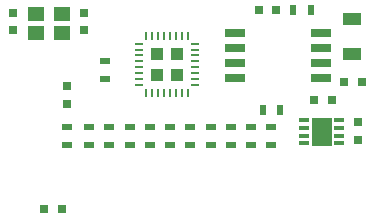
<source format=gbr>
G04 #@! TF.FileFunction,Paste,Top*
%FSLAX46Y46*%
G04 Gerber Fmt 4.6, Leading zero omitted, Abs format (unit mm)*
G04 Created by KiCad (PCBNEW 4.0.6-e0-6349~53~ubuntu16.04.1) date Sun Jul  2 22:52:24 2017*
%MOMM*%
%LPD*%
G01*
G04 APERTURE LIST*
%ADD10C,0.100000*%
%ADD11R,1.400000X1.200000*%
%ADD12R,0.750000X0.800000*%
%ADD13R,0.800000X0.750000*%
%ADD14R,1.600000X1.000000*%
%ADD15R,0.797560X0.797560*%
%ADD16R,0.900000X0.500000*%
%ADD17R,0.500000X0.900000*%
%ADD18R,0.812800X0.381000*%
%ADD19R,1.651000X2.387600*%
%ADD20R,0.700000X0.250000*%
%ADD21R,0.250000X0.700000*%
%ADD22R,1.035000X1.035000*%
%ADD23R,1.700000X0.650000*%
G04 APERTURE END LIST*
D10*
D11*
X118384500Y-68669000D03*
X116184500Y-68669000D03*
X118384500Y-70269000D03*
X116184500Y-70269000D03*
D12*
X118872000Y-76315000D03*
X118872000Y-74815000D03*
D13*
X139775500Y-76009500D03*
X141275500Y-76009500D03*
D12*
X143446500Y-79363000D03*
X143446500Y-77863000D03*
D14*
X142938500Y-69112000D03*
X142938500Y-72112000D03*
D12*
X120269000Y-68592000D03*
X120269000Y-70092000D03*
X114300000Y-70092000D03*
X114300000Y-68592000D03*
D13*
X135076500Y-68389500D03*
X136576500Y-68389500D03*
X143815500Y-74422000D03*
X142315500Y-74422000D03*
D15*
X118414800Y-85217000D03*
X116916200Y-85217000D03*
D16*
X127571500Y-79807500D03*
X127571500Y-78307500D03*
X136144000Y-79807500D03*
X136144000Y-78307500D03*
X120713500Y-79807500D03*
X120713500Y-78307500D03*
X122428000Y-79807500D03*
X122428000Y-78307500D03*
X118808500Y-79807500D03*
X118808500Y-78307500D03*
X132715000Y-78307500D03*
X132715000Y-79807500D03*
X134429500Y-78307500D03*
X134429500Y-79807500D03*
X125857000Y-78307500D03*
X125857000Y-79807500D03*
X124142500Y-78307500D03*
X124142500Y-79807500D03*
X122047000Y-74219500D03*
X122047000Y-72719500D03*
D17*
X137997500Y-68389500D03*
X139497500Y-68389500D03*
X136894000Y-76835000D03*
X135394000Y-76835000D03*
D16*
X129286000Y-79807500D03*
X129286000Y-78307500D03*
X131000500Y-79807500D03*
X131000500Y-78307500D03*
D18*
X141871700Y-79641700D03*
X141871700Y-79006700D03*
X141871700Y-78346300D03*
X141871700Y-77711300D03*
X138925300Y-77711300D03*
X138925300Y-78346300D03*
X138925300Y-79006700D03*
X138925300Y-79641700D03*
D19*
X140398500Y-78676500D03*
D20*
X124917500Y-71211500D03*
X124917500Y-71711500D03*
X124917500Y-72211500D03*
X124917500Y-72711500D03*
X124917500Y-73211500D03*
X124917500Y-73711500D03*
X124917500Y-74211500D03*
X124917500Y-74711500D03*
D21*
X125567500Y-75361500D03*
X126067500Y-75361500D03*
X126567500Y-75361500D03*
X127067500Y-75361500D03*
X127567500Y-75361500D03*
X128067500Y-75361500D03*
X128567500Y-75361500D03*
X129067500Y-75361500D03*
D20*
X129717500Y-74711500D03*
X129717500Y-74211500D03*
X129717500Y-73711500D03*
X129717500Y-73211500D03*
X129717500Y-72711500D03*
X129717500Y-72211500D03*
X129717500Y-71711500D03*
X129717500Y-71211500D03*
D21*
X129067500Y-70561500D03*
X128567500Y-70561500D03*
X128067500Y-70561500D03*
X127567500Y-70561500D03*
X127067500Y-70561500D03*
X126567500Y-70561500D03*
X126067500Y-70561500D03*
X125567500Y-70561500D03*
D22*
X128180000Y-73824000D03*
X128180000Y-72099000D03*
X126455000Y-73824000D03*
X126455000Y-72099000D03*
D23*
X140365500Y-74104500D03*
X140365500Y-72834500D03*
X140365500Y-71564500D03*
X140365500Y-70294500D03*
X133065500Y-70294500D03*
X133065500Y-71564500D03*
X133065500Y-72834500D03*
X133065500Y-74104500D03*
M02*

</source>
